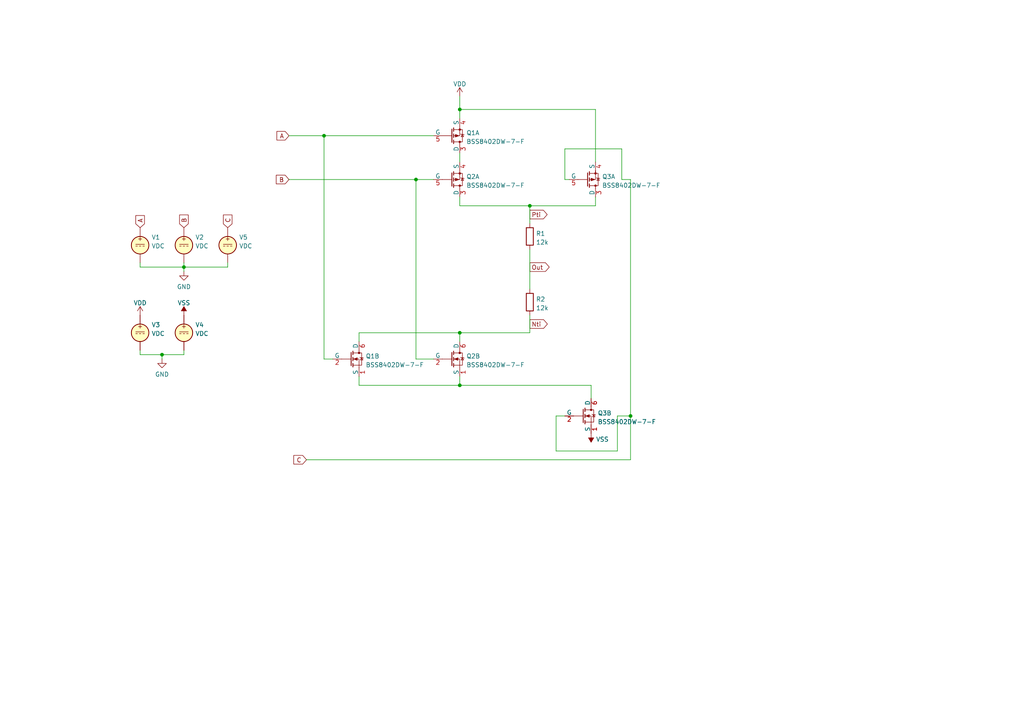
<source format=kicad_sch>
(kicad_sch (version 20211123) (generator eeschema)
  (paper "A4")
  (lib_symbols
    (symbol "Device:R" (pin_numbers hide) (pin_names (offset 0))
      (property "Reference" "R" (at 2.032 0 90))
      (property "Value" "R" (at 0 0 90))
      (symbol "R_0_1"
        (rectangle (start -1.016 -2.54) (end 1.016 2.54) (stroke (width 0.254)))
      )
      (symbol "R_1_1"
        (pin passive line (at 0 3.81 270) (length 1.27) (name "~") (number "1"))
        (pin passive line (at 0 -3.81 90) (length 1.27) (name "~") (number "2"))
      )
    )
    (symbol "Simulation_SPICE:VDC" (pin_numbers hide) (pin_names (offset 0.0254))
      (property "Reference" "V" (at 2.54 2.54 0))
      (property "Value" "VDC" (at 2.54 0 0))
      (property "Spice_Model" "dc(1)" (at 2.54 -2.54 0))
      (symbol "VDC_0_0"
        (polyline (pts (xy -1.27 0.254) (xy 1.27 0.254)))
        (polyline (pts (xy -0.762 -0.254) (xy -1.27 -0.254)))
        (polyline (pts (xy 0.254 -0.254) (xy -0.254 -0.254)))
        (polyline (pts (xy 1.27 -0.254) (xy 0.762 -0.254)))
        (text "+" (at 0 1.905 0) (effects (font (size 1.27 1.27))))
      )
      (symbol "VDC_0_1"
        (circle (center 0 0) (radius 2.54) (stroke (width 0.254)) (fill (type background)))
      )
      (symbol "VDC_1_1"
        (pin passive line (at 0 5.08 270) (length 2.54) (name "~") (number "1"))
        (pin passive line (at 0 -5.08 90) (length 2.54) (name "~") (number "2"))
      )
    )
    (symbol "Tritium:BSS8402DW-7-F" (pin_names (offset 0))
      (property "Reference" "Q" (at 2.54 1.27 0))
      (property "Value" "BSS8402DW-7-F" (at 2.54 -1.27 0))
      (symbol "BSS8402DW-7-F_0_1"
        (polyline (pts (xy -2.286 -1.905) (xy -2.286 1.905)) (stroke (width 0.254)))
        (polyline (pts (xy -2.286 0) (xy -5.08 0)))
        (polyline (pts (xy -1.778 -2.286) (xy -1.778 -1.27)) (stroke (width 0.254)))
        (polyline (pts (xy -1.778 -0.508) (xy -1.778 0.508)) (stroke (width 0.254)))
        (polyline (pts (xy -1.778 1.27) (xy -1.778 2.286)) (stroke (width 0.254)))
        (polyline (pts (xy 0 2.54) (xy 0 1.778)))
        (polyline (pts (xy -1.778 -1.778) (xy 0.762 -1.778) (xy 0.762 1.778) (xy -1.778 1.778)))
        (polyline (pts (xy 0.254 0.508) (xy 0.381 0.381) (xy 1.143 0.381) (xy 1.27 0.254)))
        (polyline (pts (xy 0.762 0.381) (xy 0.381 -0.254) (xy 1.143 -0.254) (xy 0.762 0.381)))
        (circle (center 0 1.778) (radius 0.254) (fill (type outline)))
      )
      (symbol "BSS8402DW-7-F_1_1"
        (circle (center 0 -1.778) (radius 0.254) (fill (type outline)))
        (polyline (pts (xy 0 -2.54) (xy 0 -1.778)))
        (polyline (pts (xy 0 2.54) (xy 0 0) (xy -1.778 0)))
        (polyline (pts (xy -0.254 0) (xy -1.27 -0.381) (xy -1.27 0.381) (xy -0.254 0)) (fill (type outline)))
        (pin passive line (at 0 -5.08 90) (length 2.54) (name "D") (number "3"))
        (pin passive line (at 0 5.08 270) (length 2.54) (name "S") (number "4"))
        (pin input line (at -7.62 0 0) (length 2.54) (name "G") (number "5"))
      )
      (symbol "BSS8402DW-7-F_2_1"
        (polyline (pts (xy 0 -2.54) (xy 0 0) (xy -1.778 0)))
        (polyline (pts (xy -1.524 0) (xy -0.508 0.381) (xy -0.508 -0.381) (xy -1.524 0)) (fill (type outline)))
        (pin passive line (at 0 -5.08 90) (length 2.54) (name "S") (number "1"))
        (pin input line (at -7.62 0 0) (length 2.54) (name "G") (number "2"))
        (pin passive line (at 0 5.08 270) (length 2.54) (name "D") (number "6"))
      )
    )
    (symbol "power:GND" (power) (pin_names (offset 0))
      (property "Value" "GND" (at 0 -3.81 0))
      (symbol "GND_0_1"
        (polyline (pts (xy 0 0) (xy 0 -1.27) (xy 1.27 -1.27) (xy 0 -2.54) (xy -1.27 -1.27) (xy 0 -1.27)))
      )
      (symbol "GND_1_1"
        (pin power_in line (at 0 0 270) (length 0) hide (name "GND") (number "1"))
      )
    )
    (symbol "power:VDD" (power) (pin_names (offset 0))
      (property "Value" "VDD" (at 0 3.81 0))
      (symbol "VDD_0_1"
        (polyline (pts (xy -0.762 1.27) (xy 0 2.54)))
        (polyline (pts (xy 0 0) (xy 0 2.54)))
        (polyline (pts (xy 0 2.54) (xy 0.762 1.27)))
      )
      (symbol "VDD_1_1"
        (pin power_in line (at 0 0 90) (length 0) hide (name "VDD") (number "1"))
      )
    )
    (symbol "power:VSS" (power) (pin_names (offset 0))
      (property "Value" "VSS" (at 0 3.81 0))
      (symbol "VSS_0_1"
        (polyline (pts (xy 0 0) (xy 0 2.54)))
        (polyline (pts (xy 0.762 1.27) (xy -0.762 1.27) (xy 0 2.54) (xy 0.762 1.27)) (fill (type outline)))
      )
      (symbol "VSS_1_1"
        (pin power_in line (at 0 0 90) (length 0) hide (name "VSS") (number "1"))
      )
    )
  )
  (junction (at 182.88 120.65))
  (junction (at 133.35 96.52))
  (junction (at 46.99 102.87))
  (junction (at 153.67 59.69))
  (junction (at 120.65 52.07))
  (junction (at 133.35 31.75))
  (junction (at 53.34 77.47))
  (junction (at 133.35 111.76))
  (junction (at 93.98 39.37))
  (wire (pts (xy 163.83 52.07) (xy 165.1 52.07)))
  (wire (pts (xy 40.64 76.2) (xy 40.64 77.47)))
  (wire (pts (xy 46.99 102.87) (xy 46.99 104.14)))
  (wire (pts (xy 88.9 133.35) (xy 182.88 133.35)))
  (wire (pts (xy 40.64 77.47) (xy 53.34 77.47)))
  (wire (pts (xy 83.82 52.07) (xy 120.65 52.07)))
  (wire (pts (xy 104.14 109.22) (xy 104.14 111.76)))
  (wire (pts (xy 133.35 57.15) (xy 133.35 59.69)))
  (wire (pts (xy 66.04 76.2) (xy 66.04 77.47)))
  (wire (pts (xy 53.34 77.47) (xy 53.34 76.2)))
  (wire (pts (xy 179.07 120.65) (xy 182.88 120.65)))
  (wire (pts (xy 125.73 104.14) (xy 120.65 104.14)))
  (wire (pts (xy 172.72 59.69) (xy 172.72 57.15)))
  (wire (pts (xy 104.14 96.52) (xy 133.35 96.52)))
  (wire (pts (xy 133.35 27.94) (xy 133.35 31.75)))
  (wire (pts (xy 153.67 96.52) (xy 153.67 91.44)))
  (wire (pts (xy 161.29 130.81) (xy 161.29 120.65)))
  (wire (pts (xy 153.67 72.39) (xy 153.67 83.82)))
  (wire (pts (xy 153.67 59.69) (xy 153.67 64.77)))
  (wire (pts (xy 133.35 96.52) (xy 153.67 96.52)))
  (wire (pts (xy 53.34 77.47) (xy 53.34 78.74)))
  (wire (pts (xy 40.64 101.6) (xy 40.64 102.87)))
  (wire (pts (xy 179.07 130.81) (xy 161.29 130.81)))
  (wire (pts (xy 133.35 96.52) (xy 133.35 99.06)))
  (wire (pts (xy 153.67 59.69) (xy 172.72 59.69)))
  (wire (pts (xy 83.82 39.37) (xy 93.98 39.37)))
  (wire (pts (xy 104.14 111.76) (xy 133.35 111.76)))
  (wire (pts (xy 120.65 52.07) (xy 120.65 104.14)))
  (wire (pts (xy 180.34 52.07) (xy 180.34 43.18)))
  (wire (pts (xy 171.45 111.76) (xy 133.35 111.76)))
  (wire (pts (xy 133.35 31.75) (xy 133.35 34.29)))
  (wire (pts (xy 180.34 43.18) (xy 163.83 43.18)))
  (wire (pts (xy 96.52 104.14) (xy 93.98 104.14)))
  (wire (pts (xy 172.72 31.75) (xy 172.72 46.99)))
  (wire (pts (xy 133.35 59.69) (xy 153.67 59.69)))
  (wire (pts (xy 133.35 31.75) (xy 172.72 31.75)))
  (wire (pts (xy 161.29 120.65) (xy 163.83 120.65)))
  (wire (pts (xy 163.83 43.18) (xy 163.83 52.07)))
  (wire (pts (xy 180.34 52.07) (xy 182.88 52.07)))
  (wire (pts (xy 53.34 102.87) (xy 53.34 101.6)))
  (wire (pts (xy 133.35 44.45) (xy 133.35 46.99)))
  (wire (pts (xy 133.35 111.76) (xy 133.35 109.22)))
  (wire (pts (xy 93.98 39.37) (xy 93.98 104.14)))
  (wire (pts (xy 179.07 120.65) (xy 179.07 130.81)))
  (wire (pts (xy 93.98 39.37) (xy 125.73 39.37)))
  (wire (pts (xy 171.45 111.76) (xy 171.45 115.57)))
  (wire (pts (xy 104.14 99.06) (xy 104.14 96.52)))
  (wire (pts (xy 182.88 52.07) (xy 182.88 120.65)))
  (wire (pts (xy 120.65 52.07) (xy 125.73 52.07)))
  (wire (pts (xy 182.88 120.65) (xy 182.88 133.35)))
  (wire (pts (xy 40.64 102.87) (xy 46.99 102.87)))
  (wire (pts (xy 46.99 102.87) (xy 53.34 102.87)))
  (wire (pts (xy 53.34 77.47) (xy 66.04 77.47)))
  (global_label "B" (shape input) (at 53.34 66.04 90) (property "Intersheet References" "${INTERSHEET_REFS}" (effects hide)))
  (global_label "C" (shape input) (at 88.9 133.35 180) (property "Intersheet References" "${INTERSHEET_REFS}" (effects hide)))
  (global_label "Nti" (shape output) (at 153.67 93.98 0) (property "Intersheet References" "${INTERSHEET_REFS}" (effects hide)))
  (global_label "A" (shape input) (at 83.82 39.37 180) (property "Intersheet References" "${INTERSHEET_REFS}" (effects hide)))
  (global_label "Pti" (shape output) (at 153.67 62.23 0) (property "Intersheet References" "${INTERSHEET_REFS}" (effects hide)))
  (global_label "B" (shape input) (at 83.82 52.07 180) (property "Intersheet References" "${INTERSHEET_REFS}" (effects hide)))
  (global_label "Out" (shape output) (at 153.67 77.47 0) (property "Intersheet References" "${INTERSHEET_REFS}" (effects hide)))
  (global_label "C" (shape input) (at 66.04 66.04 90) (property "Intersheet References" "${INTERSHEET_REFS}" (effects hide)))
  (global_label "A" (shape input) (at 40.64 66.04 90) (property "Intersheet References" "${INTERSHEET_REFS}" (effects hide)))
  (symbol (lib_id "power:GND") (at 53.34 78.74 0) (unit 1)
    (property "Reference" "#PWR02" (effects hide))
    (property "Value" "GND" (at 53.34 83.1834 0))
  )
  (symbol (lib_id "power:VSS") (at 53.34 91.44 0) (unit 1)
    (property "Reference" "#PWR04" (effects hide))
    (property "Value" "VSS" (at 53.34 87.8642 0))
  )
  (symbol (lib_id "Tritium:BSS8402DW-7-F") (at 171.45 120.65 0) (unit 2)
    (property "Reference" "Q3" (at 173.355 119.8153 0) (effects (justify left)))
    (property "Value" "BSS8402DW-7-F" (at 173.355 122.3522 0) (effects (justify left)))
    (property "Footprint" "Package_TO_SOT_SMD:SOT-363_SC-70-6_Handsoldering" (effects hide))
    (property "Datasheet" "https://www.diodes.com/assets/Datasheets/ds30380.pdf" (effects hide))
    (property "Spice_Primitive" "X" (effects hide))
    (property "Spice_Model" "BSS8402DW" (effects hide))
    (property "Spice_Netlist_Enabled" "Y" (effects hide))
    (property "Spice_Lib_File" "${TRITIUM_LIB}/TritiumSpice.lib" (effects hide))
  )
  (symbol (lib_id "Simulation_SPICE:VDC") (at 66.04 71.12 0) (unit 1)
    (property "Reference" "V5" (at 69.342 68.8271 0) (effects (justify left)))
    (property "Value" "VDC" (at 69.342 71.364 0) (effects (justify left)))
    (property "Spice_Netlist_Enabled" "Y" (effects hide))
    (property "Spice_Primitive" "V" (effects hide))
    (property "Spice_Model" "-5" (at 69.342 73.9009 0) (effects (justify left)))
  )
  (symbol (lib_id "power:VSS") (at 171.45 125.73 180) (unit 1)
    (property "Reference" "#PWR0102" (effects hide))
    (property "Value" "VSS" (at 172.847 127.4338 0) (effects (justify right)))
  )
  (symbol (lib_id "Device:R") (at 153.67 68.58 0) (unit 1)
    (property "Reference" "R1" (at 155.448 67.7453 0) (effects (justify left)))
    (property "Value" "12k" (at 155.448 70.2822 0) (effects (justify left)))
  )
  (symbol (lib_id "Device:R") (at 153.67 87.63 0) (unit 1)
    (property "Reference" "R2" (at 155.448 86.7953 0) (effects (justify left)))
    (property "Value" "12k" (at 155.448 89.3322 0) (effects (justify left)))
  )
  (symbol (lib_id "Simulation_SPICE:VDC") (at 53.34 96.52 0) (unit 1)
    (property "Reference" "V4" (at 56.642 94.2271 0) (effects (justify left)))
    (property "Value" "VDC" (at 56.642 96.764 0) (effects (justify left)))
    (property "Spice_Netlist_Enabled" "Y" (effects hide))
    (property "Spice_Primitive" "V" (effects hide))
    (property "Spice_Model" "-5" (at 56.642 99.3009 0) (effects (justify left)))
  )
  (symbol (lib_id "power:GND") (at 46.99 104.14 0) (unit 1)
    (property "Reference" "#PWR03" (effects hide))
    (property "Value" "GND" (at 46.99 108.5834 0))
  )
  (symbol (lib_id "power:VDD") (at 133.35 27.94 0) (unit 1)
    (property "Reference" "#PWR0101" (effects hide))
    (property "Value" "VDD" (at 133.35 24.3642 0))
  )
  (symbol (lib_id "Simulation_SPICE:VDC") (at 53.34 71.12 0) (unit 1)
    (property "Reference" "V2" (at 56.642 68.8271 0) (effects (justify left)))
    (property "Value" "VDC" (at 56.642 71.364 0) (effects (justify left)))
    (property "Spice_Netlist_Enabled" "Y" (effects hide))
    (property "Spice_Primitive" "V" (effects hide))
    (property "Spice_Model" "0" (at 56.642 73.9009 0) (effects (justify left)))
  )
  (symbol (lib_id "Tritium:BSS8402DW-7-F") (at 133.35 39.37 0) (unit 1)
    (property "Reference" "Q1" (at 135.255 38.5353 0) (effects (justify left)))
    (property "Value" "BSS8402DW-7-F" (at 135.255 41.0722 0) (effects (justify left)))
    (property "Footprint" "Package_TO_SOT_SMD:SOT-363_SC-70-6_Handsoldering" (effects hide))
    (property "Datasheet" "https://www.diodes.com/assets/Datasheets/ds30380.pdf" (effects hide))
    (property "Spice_Primitive" "X" (effects hide))
    (property "Spice_Model" "BSS8402DW" (effects hide))
    (property "Spice_Netlist_Enabled" "Y" (effects hide))
    (property "Spice_Lib_File" "${TRITIUM_LIB}/TritiumSpice.lib" (effects hide))
  )
  (symbol (lib_id "power:VDD") (at 40.64 91.44 0) (unit 1)
    (property "Reference" "#PWR01" (effects hide))
    (property "Value" "VDD" (at 40.64 87.8642 0))
  )
  (symbol (lib_id "Simulation_SPICE:VDC") (at 40.64 96.52 0) (unit 1)
    (property "Reference" "V3" (at 43.942 94.2271 0) (effects (justify left)))
    (property "Value" "VDC" (at 43.942 96.764 0) (effects (justify left)))
    (property "Spice_Netlist_Enabled" "Y" (effects hide))
    (property "Spice_Primitive" "V" (effects hide))
    (property "Spice_Model" "5" (at 43.942 99.3009 0) (effects (justify left)))
  )
  (symbol (lib_id "Tritium:BSS8402DW-7-F") (at 133.35 104.14 0) (unit 2)
    (property "Reference" "Q2" (at 135.255 103.3053 0) (effects (justify left)))
    (property "Value" "BSS8402DW-7-F" (at 135.255 105.8422 0) (effects (justify left)))
    (property "Footprint" "Package_TO_SOT_SMD:SOT-363_SC-70-6_Handsoldering" (effects hide))
    (property "Datasheet" "https://www.diodes.com/assets/Datasheets/ds30380.pdf" (effects hide))
    (property "Spice_Primitive" "X" (effects hide))
    (property "Spice_Model" "BSS8402DW" (effects hide))
    (property "Spice_Netlist_Enabled" "Y" (effects hide))
    (property "Spice_Lib_File" "${TRITIUM_LIB}/TritiumSpice.lib" (effects hide))
  )
  (symbol (lib_id "Tritium:BSS8402DW-7-F") (at 133.35 52.07 0) (unit 1)
    (property "Reference" "Q2" (at 135.255 51.2353 0) (effects (justify left)))
    (property "Value" "BSS8402DW-7-F" (at 135.255 53.7722 0) (effects (justify left)))
    (property "Footprint" "Package_TO_SOT_SMD:SOT-363_SC-70-6_Handsoldering" (effects hide))
    (property "Datasheet" "https://www.diodes.com/assets/Datasheets/ds30380.pdf" (effects hide))
    (property "Spice_Primitive" "X" (effects hide))
    (property "Spice_Model" "BSS8402DW" (effects hide))
    (property "Spice_Netlist_Enabled" "Y" (effects hide))
    (property "Spice_Lib_File" "${TRITIUM_LIB}/TritiumSpice.lib" (effects hide))
  )
  (symbol (lib_id "Tritium:BSS8402DW-7-F") (at 172.72 52.07 0) (unit 1)
    (property "Reference" "Q3" (at 174.625 51.2353 0) (effects (justify left)))
    (property "Value" "BSS8402DW-7-F" (at 174.625 53.7722 0) (effects (justify left)))
    (property "Footprint" "Package_TO_SOT_SMD:SOT-363_SC-70-6_Handsoldering" (effects hide))
    (property "Datasheet" "https://www.diodes.com/assets/Datasheets/ds30380.pdf" (effects hide))
    (property "Spice_Primitive" "X" (effects hide))
    (property "Spice_Model" "BSS8402DW" (effects hide))
    (property "Spice_Netlist_Enabled" "Y" (effects hide))
    (property "Spice_Lib_File" "${TRITIUM_LIB}/TritiumSpice.lib" (effects hide))
  )
  (symbol (lib_id "Tritium:BSS8402DW-7-F") (at 104.14 104.14 0) (unit 2)
    (property "Reference" "Q1" (at 106.045 103.3053 0) (effects (justify left)))
    (property "Value" "BSS8402DW-7-F" (at 106.045 105.8422 0) (effects (justify left)))
    (property "Footprint" "Package_TO_SOT_SMD:SOT-363_SC-70-6_Handsoldering" (effects hide))
    (property "Datasheet" "https://www.diodes.com/assets/Datasheets/ds30380.pdf" (effects hide))
    (property "Spice_Primitive" "X" (effects hide))
    (property "Spice_Model" "BSS8402DW" (effects hide))
    (property "Spice_Netlist_Enabled" "Y" (effects hide))
    (property "Spice_Lib_File" "${TRITIUM_LIB}/TritiumSpice.lib" (effects hide))
  )
  (symbol (lib_id "Simulation_SPICE:VDC") (at 40.64 71.12 0) (unit 1)
    (property "Reference" "V1" (at 43.942 68.8271 0) (effects (justify left)))
    (property "Value" "VDC" (at 43.942 71.364 0) (effects (justify left)))
    (property "Spice_Netlist_Enabled" "Y" (effects hide))
    (property "Spice_Primitive" "V" (effects hide))
    (property "Spice_Model" "-5" (at 43.942 73.9009 0) (effects (justify left)))
  )
)
</source>
